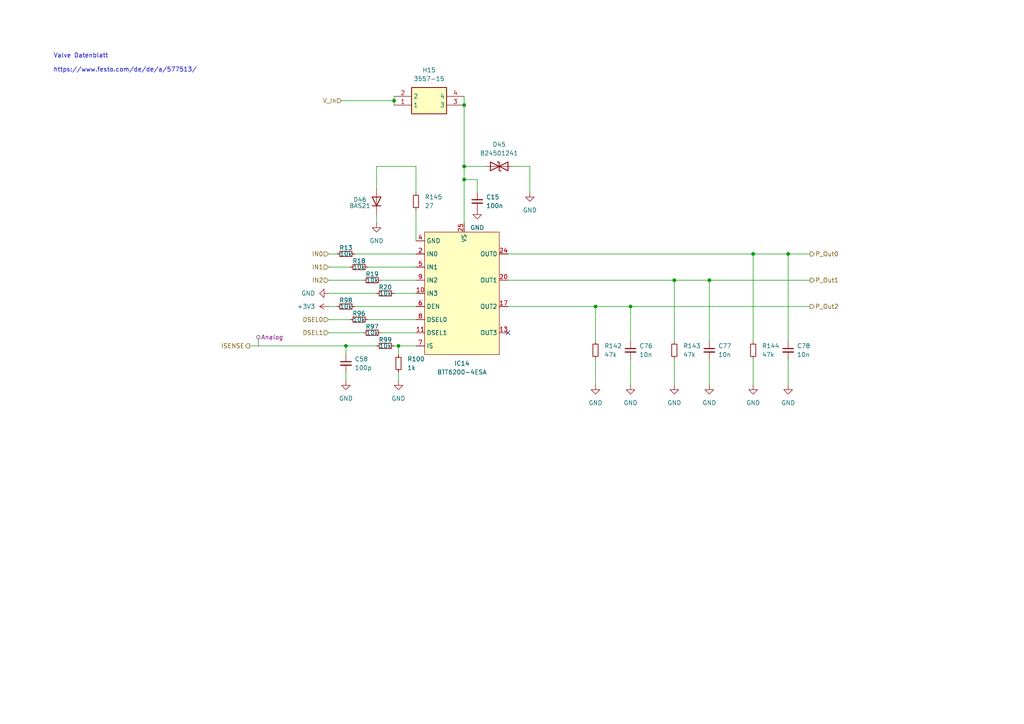
<source format=kicad_sch>
(kicad_sch (version 20231120) (generator "eeschema") (generator_version "8.0")
  (paper "A4")
  (title_block (title "PDU FT25") (date "2024-11-23") (rev "V1.1") (company "Janek Herm") (comment 1 "FaSTTUBe Electronics"))
  (lib_symbols
    (symbol "3557-15:3557-15"
      (property "Reference" "H" (at 16.51 7.62 0))
      (property "Value" "3557-15" (at 16.51 5.08 0))
      (symbol "3557-15_1_1"
        (rectangle (start 5.08 2.54) (end 15.24 -5.08) (stroke (width 0.254)) (fill (type background)))
        (pin passive line (at 0 -2.54 0) (length 5.08) (name "1") (number "1"))
        (pin passive line (at 0 0 0) (length 5.08) (name "2") (number "2"))
        (pin passive line (at 20.32 -2.54 180) (length 5.08) (name "3") (number "3"))
        (pin passive line (at 20.32 0 180) (length 5.08) (name "4") (number "4"))
      )
    )
    (symbol "Device:C_Small" (pin_numbers hide) (pin_names (offset 0.254) hide)
      (property "Reference" "C" (at 0.254 1.778 0))
      (property "Value" "C_Small" (at 0.254 -2.032 0))
      (symbol "C_Small_0_1"
        (polyline (pts (xy -1.524 -0.508) (xy 1.524 -0.508)) (stroke (width 0.3302)))
        (polyline (pts (xy -1.524 0.508) (xy 1.524 0.508)) (stroke (width 0.3048)))
      )
      (symbol "C_Small_1_1"
        (pin passive line (at 0 2.54 270) (length 2.032) (name "~") (number "1"))
        (pin passive line (at 0 -2.54 90) (length 2.032) (name "~") (number "2"))
      )
    )
    (symbol "Device:D_TVS" (pin_numbers hide) (pin_names (offset 1.016) hide)
      (property "Reference" "D" (at 0 2.54 0))
      (property "Value" "D_TVS" (at 0 -2.54 0))
      (symbol "D_TVS_0_1"
        (polyline (pts (xy 1.27 0) (xy -1.27 0)))
        (polyline (pts (xy 0.508 1.27) (xy 0 1.27) (xy 0 -1.27) (xy -0.508 -1.27)) (stroke (width 0.254)))
        (polyline (pts (xy -2.54 1.27) (xy -2.54 -1.27) (xy 2.54 1.27) (xy 2.54 -1.27) (xy -2.54 1.27)) (stroke (width 0.254)))
      )
      (symbol "D_TVS_1_1"
        (pin passive line (at -3.81 0 0) (length 2.54) (name "A1") (number "1"))
        (pin passive line (at 3.81 0 180) (length 2.54) (name "A2") (number "2"))
      )
    )
    (symbol "Device:R_Small" (pin_numbers hide) (pin_names (offset 0.254) hide)
      (property "Reference" "R" (at 0.762 0.508 0))
      (property "Value" "R_Small" (at 0.762 -1.016 0))
      (symbol "R_Small_0_1"
        (rectangle (start -0.762 1.778) (end 0.762 -1.778) (stroke (width 0.2032)))
      )
      (symbol "R_Small_1_1"
        (pin passive line (at 0 2.54 270) (length 0.762) (name "~") (number "1"))
        (pin passive line (at 0 -2.54 90) (length 0.762) (name "~") (number "2"))
      )
    )
    (symbol "Diode:BAS21" (pin_numbers hide) (pin_names hide)
      (property "Reference" "D" (at 0 2.54 0))
      (property "Value" "BAS21" (at 0 -2.54 0))
      (symbol "BAS21_0_1"
        (polyline (pts (xy -1.27 1.27) (xy -1.27 -1.27)) (stroke (width 0.254)))
        (polyline (pts (xy 1.27 0) (xy -1.27 0)))
        (polyline (pts (xy 1.27 1.27) (xy 1.27 -1.27) (xy -1.27 0) (xy 1.27 1.27)) (stroke (width 0.254)))
      )
      (symbol "BAS21_1_1"
        (pin passive line (at 3.81 0 180) (length 2.54) (name "A") (number "1"))
        (pin no_connect line (at -1.27 0 0) (length 2.54) hide (name "NC") (number "2"))
        (pin passive line (at -3.81 0 0) (length 2.54) (name "K") (number "3"))
      )
    )
    (symbol "FaSTTUBe_Power-Switches:BTT6200-4ESA"
      (property "Reference" "IC" (at 0 -41.91 0))
      (property "Value" "BTT6200-4ESA" (at 0 -43.942 0))
      (symbol "BTT6200-4ESA_1_1"
        (rectangle (start -11.43 -5.08) (end 10.16 -40.64) (fill (type background)))
        (pin input line (at -13.97 -22.86 0) (length 2.54) (name "IN3") (number "10"))
        (pin input line (at -13.97 -34.29 0) (length 2.54) (name "DSEL1") (number "11"))
        (pin output line (at 12.7 -34.29 180) (length 2.54) (name "OUT3") (number "13"))
        (pin output line (at 12.7 -26.67 180) (length 2.54) (name "OUT2") (number "17"))
        (pin input line (at -13.97 -11.43 0) (length 2.54) (name "IN0") (number "2"))
        (pin output line (at 12.7 -19.05 180) (length 2.54) (name "OUT1") (number "20"))
        (pin output line (at 12.7 -11.43 180) (length 2.54) (name "OUT0") (number "24"))
        (pin passive line (at 0 -2.54 270) (length 2.54) (name "VS") (number "25"))
        (pin passive line (at -13.97 -7.62 0) (length 2.54) (name "GND") (number "4"))
        (pin input line (at -13.97 -15.24 0) (length 2.54) (name "IN1") (number "5"))
        (pin input line (at -13.97 -26.67 0) (length 2.54) (name "DEN") (number "6"))
        (pin input line (at -13.97 -38.1 0) (length 2.54) (name "IS") (number "7"))
        (pin input line (at -13.97 -30.48 0) (length 2.54) (name "DSEL0") (number "8"))
        (pin input line (at -13.97 -19.05 0) (length 2.54) (name "IN2") (number "9"))
      )
    )
    (symbol "power:+3V3" (power) (pin_numbers hide) (pin_names (offset 0) hide)
      (property "Value" "+3V3" (at 0 3.556 0))
      (symbol "+3V3_0_1"
        (polyline (pts (xy -0.762 1.27) (xy 0 2.54)))
        (polyline (pts (xy 0 0) (xy 0 2.54)))
        (polyline (pts (xy 0 2.54) (xy 0.762 1.27)))
      )
      (symbol "+3V3_1_1"
        (pin power_in line (at 0 0 90) (length 0) (name "~") (number "1"))
      )
    )
    (symbol "power:GND" (power) (pin_numbers hide) (pin_names (offset 0) hide)
      (property "Value" "GND" (at 0 -3.81 0))
      (symbol "GND_0_1"
        (polyline (pts (xy 0 0) (xy 0 -1.27) (xy 1.27 -1.27) (xy 0 -2.54) (xy -1.27 -1.27) (xy 0 -1.27)))
      )
      (symbol "GND_1_1"
        (pin power_in line (at 0 0 270) (length 0) (name "~") (number "1"))
      )
    )
  )
  (junction (at 115.57 100.33))
  (junction (at 172.72 88.9))
  (junction (at 182.88 88.9))
  (junction (at 134.62 30.48))
  (junction (at 205.74 81.28))
  (junction (at 134.62 48.26))
  (junction (at 100.33 100.33))
  (junction (at 218.44 73.66))
  (junction (at 228.6 73.66))
  (junction (at 195.58 81.28))
  (junction (at 134.62 52.07))
  (junction (at 114.3 29.21))
  (no_connect (at 147.32 96.52))
  (wire (pts (xy 138.43 55.88) (xy 138.43 52.07)))
  (wire (pts (xy 218.44 104.14) (xy 218.44 111.76)))
  (wire (pts (xy 106.68 77.47) (xy 120.65 77.47)))
  (wire (pts (xy 109.22 62.23) (xy 109.22 64.77)))
  (wire (pts (xy 72.39 100.33) (xy 100.33 100.33)))
  (wire (pts (xy 195.58 104.14) (xy 195.58 111.76)))
  (wire (pts (xy 228.6 73.66) (xy 228.6 99.06)))
  (wire (pts (xy 195.58 81.28) (xy 205.74 81.28)))
  (wire (pts (xy 182.88 104.14) (xy 182.88 111.76)))
  (wire (pts (xy 95.25 92.71) (xy 101.6 92.71)))
  (wire (pts (xy 115.57 100.33) (xy 120.65 100.33)))
  (wire (pts (xy 195.58 81.28) (xy 195.58 99.06)))
  (wire (pts (xy 120.65 69.85) (xy 120.65 60.96)))
  (wire (pts (xy 120.65 48.26) (xy 109.22 48.26)))
  (wire (pts (xy 95.25 96.52) (xy 105.41 96.52)))
  (wire (pts (xy 95.25 73.66) (xy 97.79 73.66)))
  (wire (pts (xy 109.22 48.26) (xy 109.22 54.61)))
  (wire (pts (xy 134.62 52.07) (xy 134.62 64.77)))
  (wire (pts (xy 147.32 81.28) (xy 195.58 81.28)))
  (wire (pts (xy 134.62 30.48) (xy 134.62 48.26)))
  (wire (pts (xy 134.62 48.26) (xy 140.97 48.26)))
  (wire (pts (xy 153.67 55.88) (xy 153.67 48.26)))
  (wire (pts (xy 99.06 29.21) (xy 114.3 29.21)))
  (wire (pts (xy 228.6 73.66) (xy 234.95 73.66)))
  (wire (pts (xy 172.72 104.14) (xy 172.72 111.76)))
  (wire (pts (xy 114.3 85.09) (xy 120.65 85.09)))
  (wire (pts (xy 172.72 88.9) (xy 182.88 88.9)))
  (wire (pts (xy 134.62 48.26) (xy 134.62 52.07)))
  (wire (pts (xy 205.74 81.28) (xy 234.95 81.28)))
  (wire (pts (xy 102.87 88.9) (xy 120.65 88.9)))
  (wire (pts (xy 95.25 85.09) (xy 109.22 85.09)))
  (wire (pts (xy 100.33 107.95) (xy 100.33 110.49)))
  (wire (pts (xy 114.3 27.94) (xy 114.3 29.21)))
  (wire (pts (xy 205.74 81.28) (xy 205.74 99.06)))
  (wire (pts (xy 147.32 73.66) (xy 218.44 73.66)))
  (wire (pts (xy 138.43 52.07) (xy 134.62 52.07)))
  (wire (pts (xy 100.33 100.33) (xy 109.22 100.33)))
  (wire (pts (xy 182.88 88.9) (xy 234.95 88.9)))
  (wire (pts (xy 95.25 77.47) (xy 101.6 77.47)))
  (wire (pts (xy 218.44 73.66) (xy 228.6 73.66)))
  (wire (pts (xy 114.3 100.33) (xy 115.57 100.33)))
  (wire (pts (xy 147.32 88.9) (xy 172.72 88.9)))
  (wire (pts (xy 134.62 27.94) (xy 134.62 30.48)))
  (wire (pts (xy 205.74 104.14) (xy 205.74 111.76)))
  (wire (pts (xy 120.65 55.88) (xy 120.65 48.26)))
  (wire (pts (xy 106.68 92.71) (xy 120.65 92.71)))
  (wire (pts (xy 182.88 88.9) (xy 182.88 99.06)))
  (wire (pts (xy 218.44 73.66) (xy 218.44 99.06)))
  (wire (pts (xy 102.87 73.66) (xy 120.65 73.66)))
  (wire (pts (xy 115.57 100.33) (xy 115.57 102.87)))
  (wire (pts (xy 115.57 107.95) (xy 115.57 110.49)))
  (wire (pts (xy 114.3 29.21) (xy 114.3 30.48)))
  (wire (pts (xy 95.25 88.9) (xy 97.79 88.9)))
  (wire (pts (xy 110.49 81.28) (xy 120.65 81.28)))
  (wire (pts (xy 110.49 96.52) (xy 120.65 96.52)))
  (wire (pts (xy 228.6 104.14) (xy 228.6 111.76)))
  (wire (pts (xy 153.67 48.26) (xy 148.59 48.26)))
  (wire (pts (xy 172.72 88.9) (xy 172.72 99.06)))
  (wire (pts (xy 95.25 81.28) (xy 105.41 81.28)))
  (wire (pts (xy 100.33 100.33) (xy 100.33 102.87)))
  (text "Valve Datenblatt\n\nhttps://www.festo.com/de/de/a/577513/" (at 15.494 18.288 0) (effects (font (size 1.27 1.27)) (justify left)))
  (hierarchical_label "ISENSE" (shape output) (at 72.39 100.33 180))
  (hierarchical_label "P_Out2" (shape output) (at 234.95 88.9 0))
  (hierarchical_label "DSEL1" (shape input) (at 95.25 96.52 180))
  (hierarchical_label "IN0" (shape input) (at 95.25 73.66 180))
  (hierarchical_label "DSEL0" (shape input) (at 95.25 92.71 180))
  (hierarchical_label "IN1" (shape input) (at 95.25 77.47 180))
  (hierarchical_label "P_Out1" (shape output) (at 234.95 81.28 0))
  (hierarchical_label "P_Out0" (shape output) (at 234.95 73.66 0))
  (hierarchical_label "IN2" (shape input) (at 95.25 81.28 180))
  (hierarchical_label "V_In" (shape input) (at 99.06 29.21 180))
  (netclass_flag "" (length 2.54) (shape round) (at 74.93 100.33 0) (property "Netclass" "Analog" (at 75.6285 97.79 0) (effects (font (italic yes)) (justify left))))
  (symbol (lib_id "power:GND") (at 138.43 60.96 0) (unit 1)
    (property "Reference" "#PWR023" (effects (hide yes)))
    (property "Value" "GND" (at 138.43 66.04 0))
    (property "Description" "Power symbol creates a global label with name \"GND\" , ground" (effects (hide yes)))
  )
  (symbol (lib_id "Diode:BAS21") (at 109.22 58.42 90) (unit 1)
    (property "Reference" "D46" (at 104.394 57.912 90))
    (property "Value" "BAS21" (at 104.394 59.69 90))
    (property "Footprint" "Package_TO_SOT_SMD:SOT-23" (effects (hide yes)))
    (property "Datasheet" "https://www.diodes.com/assets/Datasheets/Ds12004.pdf" (effects (hide yes)))
    (property "Description" "250V, 0.4A, High-speed Switching Diode, SOT-23" (effects (hide yes)))
  )
  (symbol (lib_id "Device:C_Small") (at 100.33 105.41 0) (unit 1)
    (property "Reference" "C58" (at 102.87 104.1462 0) (effects (justify left)))
    (property "Value" "100p" (at 102.87 106.6862 0) (effects (justify left)))
    (property "Footprint" "Capacitor_SMD:C_0603_1608Metric" (effects (hide yes)))
    (property "Description" "Unpolarized capacitor, small symbol" (effects (hide yes)))
  )
  (symbol (lib_id "power:GND") (at 95.25 85.09 270) (unit 1)
    (property "Reference" "#PWR033" (effects (hide yes)))
    (property "Value" "GND" (at 91.44 85.0899 90) (effects (justify right)))
    (property "Description" "Power symbol creates a global label with name \"GND\" , ground" (effects (hide yes)))
  )
  (symbol (lib_id "power:GND") (at 195.58 111.76 0) (unit 1)
    (property "Reference" "#PWR042" (effects (hide yes)))
    (property "Value" "GND" (at 195.58 116.84 0))
    (property "Description" "Power symbol creates a global label with name \"GND\" , ground" (effects (hide yes)))
  )
  (symbol (lib_id "Device:R_Small") (at 111.76 85.09 90) (unit 1)
    (property "Reference" "R20" (at 111.76 83.312 90))
    (property "Value" "10k" (at 111.76 85.09 90))
    (property "Footprint" "Resistor_SMD:R_0603_1608Metric" (effects (hide yes)))
    (property "Description" "Resistor, small symbol" (effects (hide yes)))
  )
  (symbol (lib_id "Device:R_Small") (at 104.14 77.47 90) (unit 1)
    (property "Reference" "R18" (at 104.14 75.692 90))
    (property "Value" "10k" (at 104.14 77.47 90))
    (property "Footprint" "Resistor_SMD:R_0603_1608Metric" (effects (hide yes)))
    (property "Description" "Resistor, small symbol" (effects (hide yes)))
  )
  (symbol (lib_id "FaSTTUBe_Power-Switches:BTT6200-4ESA") (at 134.62 62.23 0) (unit 1)
    (property "Reference" "IC14" (at 133.985 105.41 0))
    (property "Value" "BTT6200-4ESA" (at 133.985 107.95 0))
    (property "Footprint" "BTT6200-4ESA:SOP65P600X115-25N" (effects (hide yes)))
    (property "Datasheet" "https://www.infineon.com/dgdl/Infineon-BTT6200-4ESA-DS-v01_00-EN.pdf?fileId=5546d46269e1c019016a22035b660d8d" (effects (hide yes)))
  )
  (symbol (lib_id "Device:R_Small") (at 100.33 88.9 90) (unit 1)
    (property "Reference" "R98" (at 100.33 87.122 90))
    (property "Value" "10k" (at 100.33 88.9 90))
    (property "Footprint" "Resistor_SMD:R_0603_1608Metric" (effects (hide yes)))
    (property "Description" "Resistor, small symbol" (effects (hide yes)))
  )
  (symbol (lib_id "Device:C_Small") (at 205.74 101.6 0) (unit 1)
    (property "Reference" "C77" (at 208.28 100.3362 0) (effects (justify left)))
    (property "Value" "10n" (at 208.28 102.8762 0) (effects (justify left)))
    (property "Footprint" "Capacitor_SMD:C_0603_1608Metric" (effects (hide yes)))
    (property "Description" "Unpolarized capacitor, small symbol" (effects (hide yes)))
  )
  (symbol (lib_id "Device:R_Small") (at 195.58 101.6 0) (unit 1)
    (property "Reference" "R143" (at 198.12 100.3299 0) (effects (justify left)))
    (property "Value" "47k" (at 198.12 102.8699 0) (effects (justify left)))
    (property "Footprint" "Resistor_SMD:R_0603_1608Metric" (effects (hide yes)))
    (property "Description" "Resistor, small symbol" (effects (hide yes)))
  )
  (symbol (lib_id "power:GND") (at 182.88 111.76 0) (unit 1)
    (property "Reference" "#PWR041" (effects (hide yes)))
    (property "Value" "GND" (at 182.88 116.84 0))
    (property "Description" "Power symbol creates a global label with name \"GND\" , ground" (effects (hide yes)))
  )
  (symbol (lib_id "Device:C_Small") (at 182.88 101.6 0) (unit 1)
    (property "Reference" "C76" (at 185.42 100.3362 0) (effects (justify left)))
    (property "Value" "10n" (at 185.42 102.8762 0) (effects (justify left)))
    (property "Footprint" "Capacitor_SMD:C_0603_1608Metric" (effects (hide yes)))
    (property "Description" "Unpolarized capacitor, small symbol" (effects (hide yes)))
  )
  (symbol (lib_id "power:GND") (at 228.6 111.76 0) (unit 1)
    (property "Reference" "#PWR0152" (effects (hide yes)))
    (property "Value" "GND" (at 228.6 116.84 0))
    (property "Description" "Power symbol creates a global label with name \"GND\" , ground" (effects (hide yes)))
  )
  (symbol (lib_id "Device:C_Small") (at 228.6 101.6 0) (unit 1)
    (property "Reference" "C78" (at 231.14 100.3362 0) (effects (justify left)))
    (property "Value" "10n" (at 231.14 102.8762 0) (effects (justify left)))
    (property "Footprint" "Capacitor_SMD:C_0603_1608Metric" (effects (hide yes)))
    (property "Description" "Unpolarized capacitor, small symbol" (effects (hide yes)))
  )
  (symbol (lib_id "Device:R_Small") (at 172.72 101.6 0) (unit 1)
    (property "Reference" "R142" (at 175.26 100.3299 0) (effects (justify left)))
    (property "Value" "47k" (at 175.26 102.8699 0) (effects (justify left)))
    (property "Footprint" "Resistor_SMD:R_0603_1608Metric" (effects (hide yes)))
    (property "Description" "Resistor, small symbol" (effects (hide yes)))
  )
  (symbol (lib_id "power:+3V3") (at 95.25 88.9 90) (unit 1)
    (property "Reference" "#PWR026" (effects (hide yes)))
    (property "Value" "+3V3" (at 91.44 88.8999 90) (effects (justify left)))
    (property "Description" "Power symbol creates a global label with name \"+3V3\"" (effects (hide yes)))
  )
  (symbol (lib_id "Device:R_Small") (at 218.44 101.6 0) (unit 1)
    (property "Reference" "R144" (at 220.98 100.3299 0) (effects (justify left)))
    (property "Value" "47k" (at 220.98 102.8699 0) (effects (justify left)))
    (property "Footprint" "Resistor_SMD:R_0603_1608Metric" (effects (hide yes)))
    (property "Description" "Resistor, small symbol" (effects (hide yes)))
  )
  (symbol (lib_id "Device:R_Small") (at 115.57 105.41 180) (unit 1)
    (property "Reference" "R100" (at 118.11 104.1399 0) (effects (justify right)))
    (property "Value" "1k" (at 118.11 106.6799 0) (effects (justify right)))
    (property "Footprint" "Resistor_SMD:R_0603_1608Metric" (effects (hide yes)))
    (property "Description" "Resistor, small symbol" (effects (hide yes)))
  )
  (symbol (lib_id "Device:R_Small") (at 111.76 100.33 90) (unit 1)
    (property "Reference" "R99" (at 111.76 98.552 90))
    (property "Value" "10k" (at 111.76 100.33 90))
    (property "Footprint" "Resistor_SMD:R_0603_1608Metric" (effects (hide yes)))
    (property "Description" "Resistor, small symbol" (effects (hide yes)))
  )
  (symbol (lib_id "Device:R_Small") (at 104.14 92.71 90) (unit 1)
    (property "Reference" "R96" (at 104.14 90.932 90))
    (property "Value" "10k" (at 104.14 92.71 90))
    (property "Footprint" "Resistor_SMD:R_0603_1608Metric" (effects (hide yes)))
    (property "Description" "Resistor, small symbol" (effects (hide yes)))
  )
  (symbol (lib_id "power:GND") (at 100.33 110.49 0) (unit 1)
    (property "Reference" "#PWR032" (effects (hide yes)))
    (property "Value" "GND" (at 100.33 115.57 0))
    (property "Description" "Power symbol creates a global label with name \"GND\" , ground" (effects (hide yes)))
  )
  (symbol (lib_id "Device:R_Small") (at 120.65 58.42 0) (unit 1)
    (property "Reference" "R145" (at 123.19 57.1499 0) (effects (justify left)))
    (property "Value" "27" (at 123.19 59.6899 0) (effects (justify left)))
    (property "Footprint" "Resistor_SMD:R_0603_1608Metric" (effects (hide yes)))
    (property "Description" "Resistor, small symbol" (effects (hide yes)))
  )
  (symbol (lib_id "Device:R_Small") (at 107.95 96.52 90) (unit 1)
    (property "Reference" "R97" (at 107.95 94.742 90))
    (property "Value" "10k" (at 107.95 96.52 90))
    (property "Footprint" "Resistor_SMD:R_0603_1608Metric" (effects (hide yes)))
    (property "Description" "Resistor, small symbol" (effects (hide yes)))
  )
  (symbol (lib_id "power:GND") (at 153.67 55.88 0) (unit 1)
    (property "Reference" "#PWR025" (effects (hide yes)))
    (property "Value" "GND" (at 153.67 60.96 0))
    (property "Description" "Power symbol creates a global label with name \"GND\" , ground" (effects (hide yes)))
  )
  (symbol (lib_id "power:GND") (at 218.44 111.76 0) (unit 1)
    (property "Reference" "#PWR0151" (effects (hide yes)))
    (property "Value" "GND" (at 218.44 116.84 0))
    (property "Description" "Power symbol creates a global label with name \"GND\" , ground" (effects (hide yes)))
  )
  (symbol (lib_id "power:GND") (at 115.57 110.49 0) (unit 1)
    (property "Reference" "#PWR027" (effects (hide yes)))
    (property "Value" "GND" (at 115.57 115.57 0))
    (property "Description" "Power symbol creates a global label with name \"GND\" , ground" (effects (hide yes)))
  )
  (symbol (lib_id "power:GND") (at 109.22 64.77 0) (unit 1)
    (property "Reference" "#PWR0153" (effects (hide yes)))
    (property "Value" "GND" (at 109.22 69.85 0))
    (property "Description" "Power symbol creates a global label with name \"GND\" , ground" (effects (hide yes)))
  )
  (symbol (lib_id "Device:R_Small") (at 107.95 81.28 90) (unit 1)
    (property "Reference" "R19" (at 107.95 79.502 90))
    (property "Value" "10k" (at 107.95 81.28 90))
    (property "Footprint" "Resistor_SMD:R_0603_1608Metric" (effects (hide yes)))
    (property "Description" "Resistor, small symbol" (effects (hide yes)))
  )
  (symbol (lib_id "3557-15:3557-15") (at 114.3 27.94 0) (unit 1)
    (property "Reference" "H15" (at 124.46 20.32 0))
    (property "Value" "3557-15" (at 124.46 22.86 0))
    (property "Footprint" "3557-15:355715" (effects (hide yes)))
    (property "Datasheet" "https://www.keyelco.com/product-pdf.cfm?p=14225" (effects (hide yes)))
    (property "Description" "Fuse Holder T/H 2 IN 1 AUTO BLDE HOLDER, BLUE 15A" (effects (hide yes)))
    (property "Height" "7.5" (effects (hide yes)))
    (property "Mouser Part Number" "534-3557-15" (effects (hide yes)))
    (property "Mouser Price/Stock" "https://www.mouser.co.uk/ProductDetail/Keystone-Electronics/3557-15?qs=iR2ablhfrmFh8obBV91Xhg%3D%3D" (effects (hide yes)))
    (property "Manufacturer_Name" "Keystone Electronics" (effects (hide yes)))
    (property "Manufacturer_Part_Number" "3557-15" (effects (hide yes)))
  )
  (symbol (lib_id "power:GND") (at 172.72 111.76 0) (unit 1)
    (property "Reference" "#PWR039" (effects (hide yes)))
    (property "Value" "GND" (at 172.72 116.84 0))
    (property "Description" "Power symbol creates a global label with name \"GND\" , ground" (effects (hide yes)))
  )
  (symbol (lib_id "Device:R_Small") (at 100.33 73.66 90) (unit 1)
    (property "Reference" "R13" (at 100.33 71.882 90))
    (property "Value" "10k" (at 100.33 73.66 90))
    (property "Footprint" "Resistor_SMD:R_0603_1608Metric" (effects (hide yes)))
    (property "Description" "Resistor, small symbol" (effects (hide yes)))
  )
  (symbol (lib_id "Device:D_TVS") (at 144.78 48.26 0) (mirror y) (unit 1)
    (property "Reference" "D45" (at 144.78 41.91 0))
    (property "Value" "824501241" (at 144.78 44.45 0))
    (property "Footprint" "824501241:DIOM5127X250N" (effects (hide yes)))
    (property "Datasheet" "https://www.we-online.com/components/products/datasheet/824501241.pdf" (effects (hide yes)))
    (property "Description" "Bidirectional transient-voltage-suppression diode" (effects (hide yes)))
  )
  (symbol (lib_id "power:GND") (at 205.74 111.76 0) (unit 1)
    (property "Reference" "#PWR043" (effects (hide yes)))
    (property "Value" "GND" (at 205.74 116.84 0))
    (property "Description" "Power symbol creates a global label with name \"GND\" , ground" (effects (hide yes)))
  )
  (symbol (lib_id "Device:C_Small") (at 138.43 58.42 0) (unit 1)
    (property "Reference" "C15" (at 140.97 57.1562 0) (effects (justify left)))
    (property "Value" "100n" (at 140.97 59.6962 0) (effects (justify left)))
    (property "Footprint" "Capacitor_SMD:C_0603_1608Metric" (effects (hide yes)))
    (property "Description" "Unpolarized capacitor, small symbol" (effects (hide yes)))
  )
)
</source>
